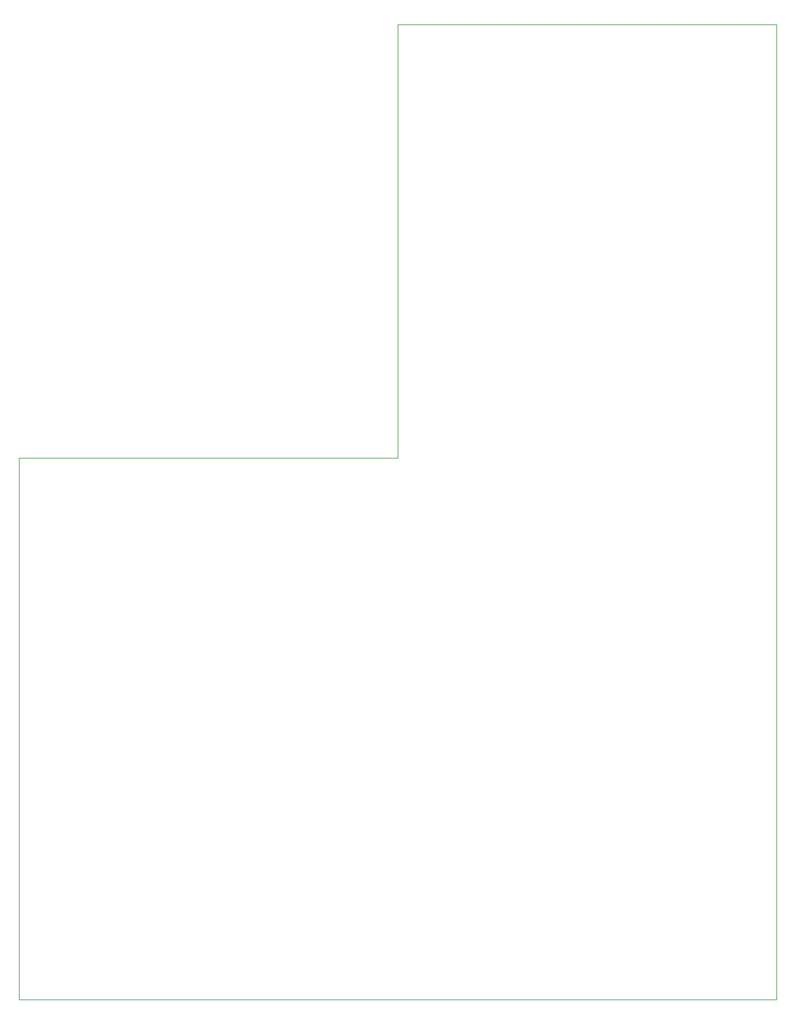
<source format=gbr>
%TF.GenerationSoftware,KiCad,Pcbnew,9.0.6*%
%TF.CreationDate,2025-12-25T01:52:07-08:00*%
%TF.ProjectId,Breakout V1,42726561-6b6f-4757-9420-56312e6b6963,rev?*%
%TF.SameCoordinates,Original*%
%TF.FileFunction,Profile,NP*%
%FSLAX46Y46*%
G04 Gerber Fmt 4.6, Leading zero omitted, Abs format (unit mm)*
G04 Created by KiCad (PCBNEW 9.0.6) date 2025-12-25 01:52:07*
%MOMM*%
%LPD*%
G01*
G04 APERTURE LIST*
%TA.AperFunction,Profile*%
%ADD10C,0.050000*%
%TD*%
G04 APERTURE END LIST*
D10*
X270000000Y-160000000D02*
X270000000Y-25000000D01*
X165000000Y-160000000D02*
X270000000Y-160000000D01*
X165000000Y-85000000D02*
X165000000Y-160000000D01*
X217500000Y-85000000D02*
X165000000Y-85000000D01*
X217500000Y-25000000D02*
X217500000Y-85000000D01*
X270000000Y-25000000D02*
X217500000Y-25000000D01*
M02*

</source>
